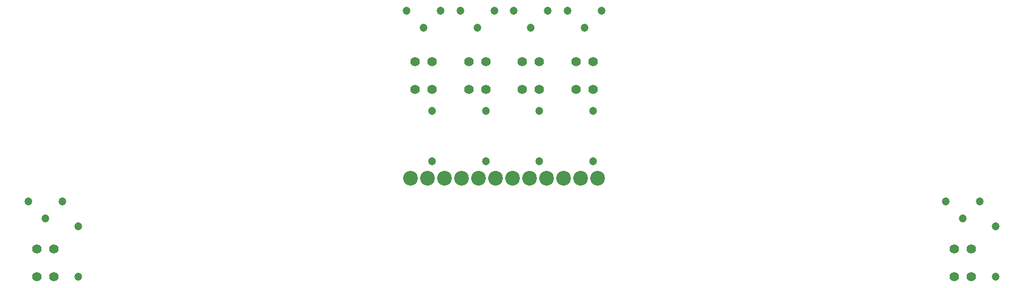
<source format=gbs>
G71*G90*G75*D02*
%ASAXBY*OFA0B0*MOMM*FSLAX44Y44*IPPOS*%
%ADD16C,1.200*%
%ADD17C,1.400*%
%ADD20C,2.200*%
G54D20*
G01X1880700Y1421500D03*
X1906100D03*
X1931500D03*
X1956900D03*
X1982300D03*
X2007700D03*
X2033100D03*
X2058500D03*
X2083900D03*
X2109300D03*
G54D17*
X1322700Y1274500D03*
Y1315500D03*
X1297300Y1274500D03*
Y1315500D03*
X2692700Y1274500D03*
Y1315500D03*
X2667300Y1274500D03*
Y1315500D03*
G54D20*
X2134700Y1421500D03*
X1855300D03*
G54D17*
X2047700Y1554500D03*
Y1595500D03*
X2022300Y1554500D03*
Y1595500D03*
G54D16*
X2047700Y1522000D03*
Y1447000D03*
G54D17*
X2127700Y1554500D03*
Y1595500D03*
X2102300Y1554500D03*
Y1595500D03*
G54D16*
X2127700Y1522000D03*
Y1447000D03*
G54D17*
X1967700Y1554500D03*
Y1595500D03*
X1942300Y1554500D03*
Y1595500D03*
G54D16*
X1967700Y1522000D03*
Y1447000D03*
G54D17*
X1887700Y1554500D03*
Y1595500D03*
X1862300Y1554500D03*
Y1595500D03*
G54D16*
X1887700Y1522000D03*
Y1447000D03*
X1875000Y1646400D03*
X1849600Y1671800D03*
X1900400D03*
X1955000Y1646400D03*
X1929600Y1671800D03*
X1980400D03*
X2035000Y1646400D03*
X2009600Y1671800D03*
X2060400D03*
X2115000Y1646400D03*
X2089600Y1671800D03*
X2140400D03*
X2729000Y1274500D03*
Y1349500D03*
X2680000Y1361400D03*
X2654600Y1386800D03*
X2705400D03*
X1359000Y1274500D03*
Y1349500D03*
X1310000Y1361400D03*
X1284600Y1386800D03*
X1335400D03*
G01X0Y0D02*
M02*

</source>
